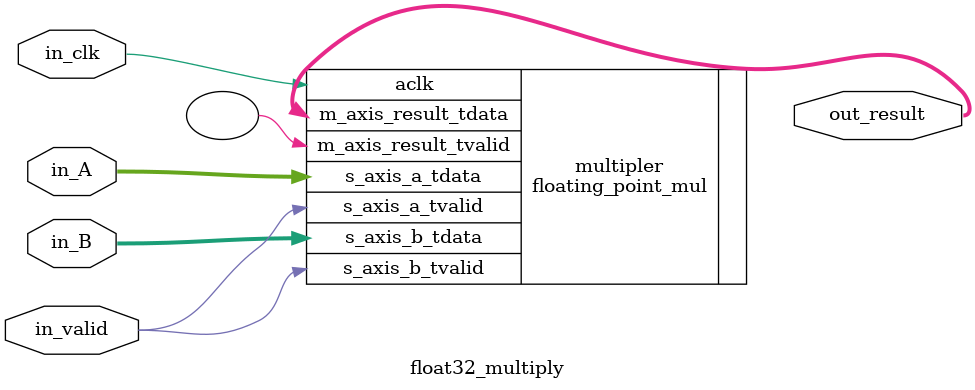
<source format=v>
`timescale 1ns / 1ps


module float32_multiply(
        input             in_clk,
        input      [31:0] in_A,
        input      [31:0] in_B,
        input             in_valid,
        output    [31:0] out_result
    );
    
    // wrapper for the adder
    floating_point_mul multipler (
      .aclk(in_clk),                                  // input wire aclk
      .s_axis_a_tvalid(in_valid),            // input wire s_axis_a_tvalid
      .s_axis_a_tdata(in_A),              // input wire [31 : 0] s_axis_a_tdata
      .s_axis_b_tvalid(in_valid),            // input wire s_axis_b_tvalid
      .s_axis_b_tdata(in_B),              // input wire [31 : 0] s_axis_b_tdata
      .m_axis_result_tvalid(),  // output wire m_axis_result_tvalid
      .m_axis_result_tdata(out_result)    // output wire [31 : 0] m_axis_result_tdata
    );   
        
// Manual 
// Splitting float parts
//    // | Sign Bit (1) | exponent Bits (8) | Mactissa bits (23)
//    wire sign_bit_A       = in_A[31];
//    wire sign_bit_B       = in_B[31];
    
//    wire [7:0] exponent_A = in_A[30:23];
//    wire [7:0] exponent_B = in_B[30:23];
    
//    wire [22:0] mantissa_A = in_A[22:0];
//    wire [22:0] mantissa_B = in_B[22:0];
 
//     // Sign of the result
//    wire sign_bit = sign_bit_A ^ sign_bit_B;

//    // Add the exponents
//    wire [8:0] exponent_bits_temp = exponent_A + exponent_B - 127;

//    // Multiply the mantissas
//    wire [47:0] mantissa_bits_temp = {1'b1, mantissa_A} * {1'b1, mantissa_B};

//    // Normalize the result
//    reg [7:0]  exponent_bits;
//    reg [22:0] mantissa_bits;
//    reg [31:0] out_result_temp;
    
//    always @(posedge in_clk) begin
//        if (mantissa_bits_temp[47]) begin
//            exponent_bits = exponent_bits_temp + 1;
//            mantissa_bits = mantissa_bits_temp[46:24];
//        end else begin
//            exponent_bits = exponent_bits_temp;
//            mantissa_bits = mantissa_bits_temp[45:23];
//        end
//    end

//    // Handle special cases (infinity, NaN, zero)
//    always @(posedge in_clk) begin
//        if  (in_valid) begin
//            if (exponent_A == 8'hFF || exponent_B == 8'hFF) begin
//                out_result_temp = {sign_bit, 8'hFF, 23'h0}; // Infinity
//            end else if (exponent_A == 0 || exponent_B == 0) begin
//                out_result_temp = {sign_bit, 8'h00, 23'h0}; // Zero
//            end else begin
//                out_result_temp = {sign_bit, exponent_bits, mantissa_bits};
//            end
//        end
//        else begin
//            out_result_temp = {sign_bit, 8'h00, 23'h0}; // Zero
//        end
//    end
    
//    assign out_result = out_result_temp;
    
endmodule

</source>
